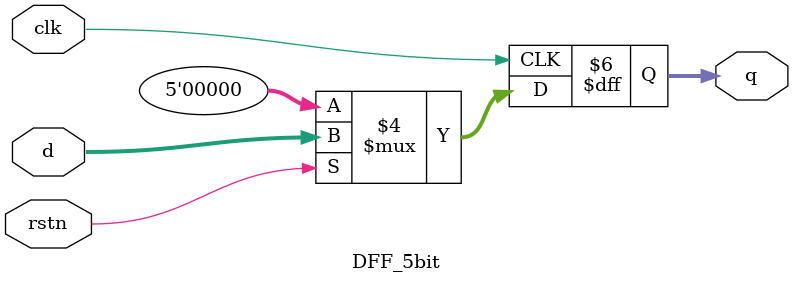
<source format=v>
module DFF_28bit
    (
        output reg  [27:0]  q,
        input       [27:0]  d,
        input               clk, rstn
    );

    always@(posedge clk)
    begin
        if(!rstn)   q <= 28'b0;
        else        q <= d;
    end
endmodule

module DFF_29bit
    (
        output reg  [28:0]  q,
        input       [28:0]  d,
        input               clk, rstn
    );

    always@(posedge clk)
    begin
        if(!rstn)   q <= 29'b0;
        else        q <= d;
    end
endmodule

module DFF_1bit
    (
        output reg q,
        input 	   d,
	input	   clk, rstn
    );

    always@(posedge clk)
    begin
	if(!rstn)   q <= 1'b0;
	else        q <= d;
    end
endmodule

module DFF_14bit
   (
	output reg [13:0] q,
	input      [13:0] d,
	input             clk, rstn
    );
    always@(posedge clk)
    begin
	if(!rstn)    q <= 14'b0;
	else         q <= d;
    end
endmodule

module DFF_4bit
    (
        output reg [3:0] q,
        input 	   [3:0] d,
	input	   clk, rstn
    );

    always@(posedge clk)
    begin
	if(!rstn)   q <= 4'b0;
	else        q <= d;
    end
endmodule

module DFF_2bit
    (
        output reg [1:0] q,
        input 	   [1:0] d,
	input	   clk, rstn
    );

    always@(posedge clk)
    begin
	if(!rstn)   q <= 2'b0;
	else        q <= d;
    end
endmodule

module DFF_3bit
    (
        output reg [2:0] q,
        input 	   [2:0] d,
	input	   clk, rstn
    );

    always@(posedge clk)
    begin
	if(!rstn)   q <= 3'b0;
	else        q <= d;
    end
endmodule

module DFF_5bit
    (
        output reg [4:0] q,
        input 	   [4:0] d,
	input	   clk, rstn
    );

    always@(posedge clk)
    begin
	if(!rstn)   q <= 5'b0;
	else        q <= d;
    end
endmodule
</source>
